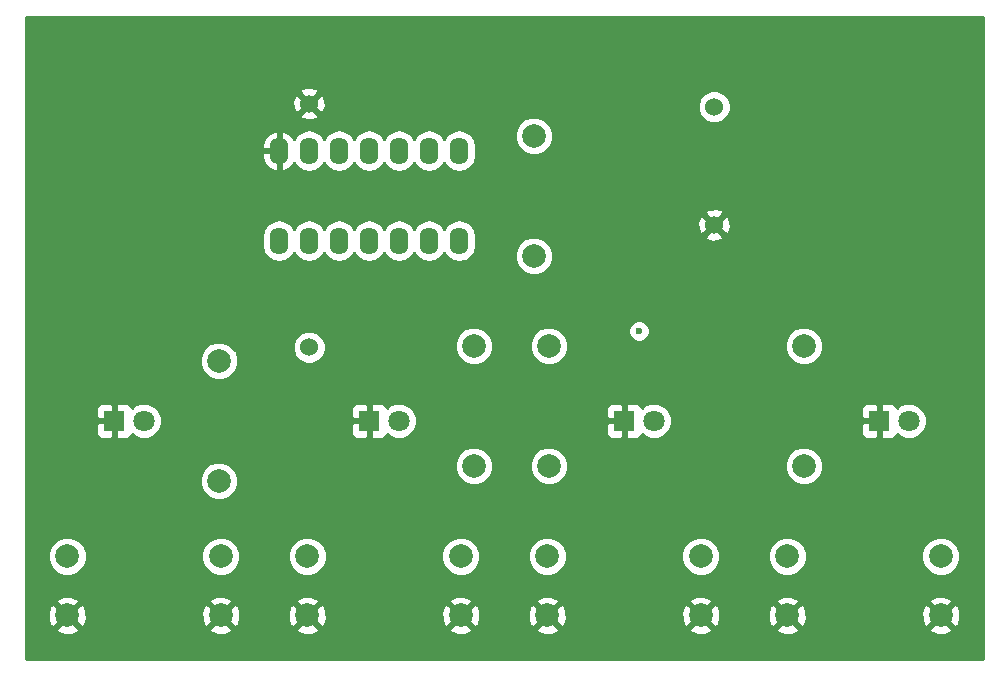
<source format=gbr>
G04 #@! TF.FileFunction,Copper,L2,Bot,Signal*
%FSLAX46Y46*%
G04 Gerber Fmt 4.6, Leading zero omitted, Abs format (unit mm)*
G04 Created by KiCad (PCBNEW 4.0.2-stable) date 09/07/2016 13:23:45*
%MOMM*%
G01*
G04 APERTURE LIST*
%ADD10C,0.100000*%
%ADD11C,1.524000*%
%ADD12C,1.800000*%
%ADD13R,1.800000X1.800000*%
%ADD14O,1.600000X2.300000*%
%ADD15C,1.998980*%
%ADD16C,2.000000*%
%ADD17C,0.600000*%
%ADD18C,0.254000*%
G04 APERTURE END LIST*
D10*
D11*
X125730000Y-84900000D03*
X125730000Y-105520000D03*
D12*
X111760000Y-111760000D03*
D13*
X109220000Y-111760000D03*
D12*
X133350000Y-111760000D03*
D13*
X130810000Y-111760000D03*
D12*
X154940000Y-111760000D03*
D13*
X152400000Y-111760000D03*
D12*
X176530000Y-111760000D03*
D13*
X173990000Y-111760000D03*
D14*
X123190000Y-96520000D03*
X125730000Y-96520000D03*
X128270000Y-96520000D03*
X130810000Y-96520000D03*
X133350000Y-96520000D03*
X135890000Y-96520000D03*
X138430000Y-96520000D03*
X138430000Y-88900000D03*
X135890000Y-88900000D03*
X133350000Y-88900000D03*
X130810000Y-88900000D03*
X128270000Y-88900000D03*
X125730000Y-88900000D03*
X123190000Y-88900000D03*
D15*
X118110000Y-106680000D03*
X118110000Y-116840000D03*
X139700000Y-105410000D03*
X139700000Y-115570000D03*
X146050000Y-105410000D03*
X146050000Y-115570000D03*
X167640000Y-105410000D03*
X167640000Y-115570000D03*
X144780000Y-97790000D03*
X144780000Y-87630000D03*
D11*
X160020000Y-85170000D03*
X160020000Y-95170000D03*
D16*
X118260000Y-123230000D03*
X118260000Y-128230000D03*
X105260000Y-128230000D03*
X105260000Y-123230000D03*
X138580000Y-123230000D03*
X138580000Y-128230000D03*
X125580000Y-128230000D03*
X125580000Y-123230000D03*
X158900000Y-123230000D03*
X158900000Y-128230000D03*
X145900000Y-128230000D03*
X145900000Y-123230000D03*
X179220000Y-123230000D03*
X179220000Y-128230000D03*
X166220000Y-128230000D03*
X166220000Y-123230000D03*
D17*
X153670000Y-104140000D03*
D18*
G36*
X182753000Y-131953000D02*
X101727000Y-131953000D01*
X101727000Y-129382532D01*
X104287073Y-129382532D01*
X104385736Y-129649387D01*
X104995461Y-129875908D01*
X105645460Y-129851856D01*
X106134264Y-129649387D01*
X106232927Y-129382532D01*
X117287073Y-129382532D01*
X117385736Y-129649387D01*
X117995461Y-129875908D01*
X118645460Y-129851856D01*
X119134264Y-129649387D01*
X119232927Y-129382532D01*
X124607073Y-129382532D01*
X124705736Y-129649387D01*
X125315461Y-129875908D01*
X125965460Y-129851856D01*
X126454264Y-129649387D01*
X126552927Y-129382532D01*
X137607073Y-129382532D01*
X137705736Y-129649387D01*
X138315461Y-129875908D01*
X138965460Y-129851856D01*
X139454264Y-129649387D01*
X139552927Y-129382532D01*
X144927073Y-129382532D01*
X145025736Y-129649387D01*
X145635461Y-129875908D01*
X146285460Y-129851856D01*
X146774264Y-129649387D01*
X146872927Y-129382532D01*
X157927073Y-129382532D01*
X158025736Y-129649387D01*
X158635461Y-129875908D01*
X159285460Y-129851856D01*
X159774264Y-129649387D01*
X159872927Y-129382532D01*
X165247073Y-129382532D01*
X165345736Y-129649387D01*
X165955461Y-129875908D01*
X166605460Y-129851856D01*
X167094264Y-129649387D01*
X167192927Y-129382532D01*
X178247073Y-129382532D01*
X178345736Y-129649387D01*
X178955461Y-129875908D01*
X179605460Y-129851856D01*
X180094264Y-129649387D01*
X180192927Y-129382532D01*
X179220000Y-128409605D01*
X178247073Y-129382532D01*
X167192927Y-129382532D01*
X166220000Y-128409605D01*
X165247073Y-129382532D01*
X159872927Y-129382532D01*
X158900000Y-128409605D01*
X157927073Y-129382532D01*
X146872927Y-129382532D01*
X145900000Y-128409605D01*
X144927073Y-129382532D01*
X139552927Y-129382532D01*
X138580000Y-128409605D01*
X137607073Y-129382532D01*
X126552927Y-129382532D01*
X125580000Y-128409605D01*
X124607073Y-129382532D01*
X119232927Y-129382532D01*
X118260000Y-128409605D01*
X117287073Y-129382532D01*
X106232927Y-129382532D01*
X105260000Y-128409605D01*
X104287073Y-129382532D01*
X101727000Y-129382532D01*
X101727000Y-127965461D01*
X103614092Y-127965461D01*
X103638144Y-128615460D01*
X103840613Y-129104264D01*
X104107468Y-129202927D01*
X105080395Y-128230000D01*
X105439605Y-128230000D01*
X106412532Y-129202927D01*
X106679387Y-129104264D01*
X106905908Y-128494539D01*
X106886331Y-127965461D01*
X116614092Y-127965461D01*
X116638144Y-128615460D01*
X116840613Y-129104264D01*
X117107468Y-129202927D01*
X118080395Y-128230000D01*
X118439605Y-128230000D01*
X119412532Y-129202927D01*
X119679387Y-129104264D01*
X119905908Y-128494539D01*
X119886331Y-127965461D01*
X123934092Y-127965461D01*
X123958144Y-128615460D01*
X124160613Y-129104264D01*
X124427468Y-129202927D01*
X125400395Y-128230000D01*
X125759605Y-128230000D01*
X126732532Y-129202927D01*
X126999387Y-129104264D01*
X127225908Y-128494539D01*
X127206331Y-127965461D01*
X136934092Y-127965461D01*
X136958144Y-128615460D01*
X137160613Y-129104264D01*
X137427468Y-129202927D01*
X138400395Y-128230000D01*
X138759605Y-128230000D01*
X139732532Y-129202927D01*
X139999387Y-129104264D01*
X140225908Y-128494539D01*
X140206331Y-127965461D01*
X144254092Y-127965461D01*
X144278144Y-128615460D01*
X144480613Y-129104264D01*
X144747468Y-129202927D01*
X145720395Y-128230000D01*
X146079605Y-128230000D01*
X147052532Y-129202927D01*
X147319387Y-129104264D01*
X147545908Y-128494539D01*
X147526331Y-127965461D01*
X157254092Y-127965461D01*
X157278144Y-128615460D01*
X157480613Y-129104264D01*
X157747468Y-129202927D01*
X158720395Y-128230000D01*
X159079605Y-128230000D01*
X160052532Y-129202927D01*
X160319387Y-129104264D01*
X160545908Y-128494539D01*
X160526331Y-127965461D01*
X164574092Y-127965461D01*
X164598144Y-128615460D01*
X164800613Y-129104264D01*
X165067468Y-129202927D01*
X166040395Y-128230000D01*
X166399605Y-128230000D01*
X167372532Y-129202927D01*
X167639387Y-129104264D01*
X167865908Y-128494539D01*
X167846331Y-127965461D01*
X177574092Y-127965461D01*
X177598144Y-128615460D01*
X177800613Y-129104264D01*
X178067468Y-129202927D01*
X179040395Y-128230000D01*
X179399605Y-128230000D01*
X180372532Y-129202927D01*
X180639387Y-129104264D01*
X180865908Y-128494539D01*
X180841856Y-127844540D01*
X180639387Y-127355736D01*
X180372532Y-127257073D01*
X179399605Y-128230000D01*
X179040395Y-128230000D01*
X178067468Y-127257073D01*
X177800613Y-127355736D01*
X177574092Y-127965461D01*
X167846331Y-127965461D01*
X167841856Y-127844540D01*
X167639387Y-127355736D01*
X167372532Y-127257073D01*
X166399605Y-128230000D01*
X166040395Y-128230000D01*
X165067468Y-127257073D01*
X164800613Y-127355736D01*
X164574092Y-127965461D01*
X160526331Y-127965461D01*
X160521856Y-127844540D01*
X160319387Y-127355736D01*
X160052532Y-127257073D01*
X159079605Y-128230000D01*
X158720395Y-128230000D01*
X157747468Y-127257073D01*
X157480613Y-127355736D01*
X157254092Y-127965461D01*
X147526331Y-127965461D01*
X147521856Y-127844540D01*
X147319387Y-127355736D01*
X147052532Y-127257073D01*
X146079605Y-128230000D01*
X145720395Y-128230000D01*
X144747468Y-127257073D01*
X144480613Y-127355736D01*
X144254092Y-127965461D01*
X140206331Y-127965461D01*
X140201856Y-127844540D01*
X139999387Y-127355736D01*
X139732532Y-127257073D01*
X138759605Y-128230000D01*
X138400395Y-128230000D01*
X137427468Y-127257073D01*
X137160613Y-127355736D01*
X136934092Y-127965461D01*
X127206331Y-127965461D01*
X127201856Y-127844540D01*
X126999387Y-127355736D01*
X126732532Y-127257073D01*
X125759605Y-128230000D01*
X125400395Y-128230000D01*
X124427468Y-127257073D01*
X124160613Y-127355736D01*
X123934092Y-127965461D01*
X119886331Y-127965461D01*
X119881856Y-127844540D01*
X119679387Y-127355736D01*
X119412532Y-127257073D01*
X118439605Y-128230000D01*
X118080395Y-128230000D01*
X117107468Y-127257073D01*
X116840613Y-127355736D01*
X116614092Y-127965461D01*
X106886331Y-127965461D01*
X106881856Y-127844540D01*
X106679387Y-127355736D01*
X106412532Y-127257073D01*
X105439605Y-128230000D01*
X105080395Y-128230000D01*
X104107468Y-127257073D01*
X103840613Y-127355736D01*
X103614092Y-127965461D01*
X101727000Y-127965461D01*
X101727000Y-127077468D01*
X104287073Y-127077468D01*
X105260000Y-128050395D01*
X106232927Y-127077468D01*
X117287073Y-127077468D01*
X118260000Y-128050395D01*
X119232927Y-127077468D01*
X124607073Y-127077468D01*
X125580000Y-128050395D01*
X126552927Y-127077468D01*
X137607073Y-127077468D01*
X138580000Y-128050395D01*
X139552927Y-127077468D01*
X144927073Y-127077468D01*
X145900000Y-128050395D01*
X146872927Y-127077468D01*
X157927073Y-127077468D01*
X158900000Y-128050395D01*
X159872927Y-127077468D01*
X165247073Y-127077468D01*
X166220000Y-128050395D01*
X167192927Y-127077468D01*
X178247073Y-127077468D01*
X179220000Y-128050395D01*
X180192927Y-127077468D01*
X180094264Y-126810613D01*
X179484539Y-126584092D01*
X178834540Y-126608144D01*
X178345736Y-126810613D01*
X178247073Y-127077468D01*
X167192927Y-127077468D01*
X167094264Y-126810613D01*
X166484539Y-126584092D01*
X165834540Y-126608144D01*
X165345736Y-126810613D01*
X165247073Y-127077468D01*
X159872927Y-127077468D01*
X159774264Y-126810613D01*
X159164539Y-126584092D01*
X158514540Y-126608144D01*
X158025736Y-126810613D01*
X157927073Y-127077468D01*
X146872927Y-127077468D01*
X146774264Y-126810613D01*
X146164539Y-126584092D01*
X145514540Y-126608144D01*
X145025736Y-126810613D01*
X144927073Y-127077468D01*
X139552927Y-127077468D01*
X139454264Y-126810613D01*
X138844539Y-126584092D01*
X138194540Y-126608144D01*
X137705736Y-126810613D01*
X137607073Y-127077468D01*
X126552927Y-127077468D01*
X126454264Y-126810613D01*
X125844539Y-126584092D01*
X125194540Y-126608144D01*
X124705736Y-126810613D01*
X124607073Y-127077468D01*
X119232927Y-127077468D01*
X119134264Y-126810613D01*
X118524539Y-126584092D01*
X117874540Y-126608144D01*
X117385736Y-126810613D01*
X117287073Y-127077468D01*
X106232927Y-127077468D01*
X106134264Y-126810613D01*
X105524539Y-126584092D01*
X104874540Y-126608144D01*
X104385736Y-126810613D01*
X104287073Y-127077468D01*
X101727000Y-127077468D01*
X101727000Y-123553795D01*
X103624716Y-123553795D01*
X103873106Y-124154943D01*
X104332637Y-124615278D01*
X104933352Y-124864716D01*
X105583795Y-124865284D01*
X106184943Y-124616894D01*
X106645278Y-124157363D01*
X106894716Y-123556648D01*
X106894718Y-123553795D01*
X116624716Y-123553795D01*
X116873106Y-124154943D01*
X117332637Y-124615278D01*
X117933352Y-124864716D01*
X118583795Y-124865284D01*
X119184943Y-124616894D01*
X119645278Y-124157363D01*
X119894716Y-123556648D01*
X119894718Y-123553795D01*
X123944716Y-123553795D01*
X124193106Y-124154943D01*
X124652637Y-124615278D01*
X125253352Y-124864716D01*
X125903795Y-124865284D01*
X126504943Y-124616894D01*
X126965278Y-124157363D01*
X127214716Y-123556648D01*
X127214718Y-123553795D01*
X136944716Y-123553795D01*
X137193106Y-124154943D01*
X137652637Y-124615278D01*
X138253352Y-124864716D01*
X138903795Y-124865284D01*
X139504943Y-124616894D01*
X139965278Y-124157363D01*
X140214716Y-123556648D01*
X140214718Y-123553795D01*
X144264716Y-123553795D01*
X144513106Y-124154943D01*
X144972637Y-124615278D01*
X145573352Y-124864716D01*
X146223795Y-124865284D01*
X146824943Y-124616894D01*
X147285278Y-124157363D01*
X147534716Y-123556648D01*
X147534718Y-123553795D01*
X157264716Y-123553795D01*
X157513106Y-124154943D01*
X157972637Y-124615278D01*
X158573352Y-124864716D01*
X159223795Y-124865284D01*
X159824943Y-124616894D01*
X160285278Y-124157363D01*
X160534716Y-123556648D01*
X160534718Y-123553795D01*
X164584716Y-123553795D01*
X164833106Y-124154943D01*
X165292637Y-124615278D01*
X165893352Y-124864716D01*
X166543795Y-124865284D01*
X167144943Y-124616894D01*
X167605278Y-124157363D01*
X167854716Y-123556648D01*
X167854718Y-123553795D01*
X177584716Y-123553795D01*
X177833106Y-124154943D01*
X178292637Y-124615278D01*
X178893352Y-124864716D01*
X179543795Y-124865284D01*
X180144943Y-124616894D01*
X180605278Y-124157363D01*
X180854716Y-123556648D01*
X180855284Y-122906205D01*
X180606894Y-122305057D01*
X180147363Y-121844722D01*
X179546648Y-121595284D01*
X178896205Y-121594716D01*
X178295057Y-121843106D01*
X177834722Y-122302637D01*
X177585284Y-122903352D01*
X177584716Y-123553795D01*
X167854718Y-123553795D01*
X167855284Y-122906205D01*
X167606894Y-122305057D01*
X167147363Y-121844722D01*
X166546648Y-121595284D01*
X165896205Y-121594716D01*
X165295057Y-121843106D01*
X164834722Y-122302637D01*
X164585284Y-122903352D01*
X164584716Y-123553795D01*
X160534718Y-123553795D01*
X160535284Y-122906205D01*
X160286894Y-122305057D01*
X159827363Y-121844722D01*
X159226648Y-121595284D01*
X158576205Y-121594716D01*
X157975057Y-121843106D01*
X157514722Y-122302637D01*
X157265284Y-122903352D01*
X157264716Y-123553795D01*
X147534718Y-123553795D01*
X147535284Y-122906205D01*
X147286894Y-122305057D01*
X146827363Y-121844722D01*
X146226648Y-121595284D01*
X145576205Y-121594716D01*
X144975057Y-121843106D01*
X144514722Y-122302637D01*
X144265284Y-122903352D01*
X144264716Y-123553795D01*
X140214718Y-123553795D01*
X140215284Y-122906205D01*
X139966894Y-122305057D01*
X139507363Y-121844722D01*
X138906648Y-121595284D01*
X138256205Y-121594716D01*
X137655057Y-121843106D01*
X137194722Y-122302637D01*
X136945284Y-122903352D01*
X136944716Y-123553795D01*
X127214718Y-123553795D01*
X127215284Y-122906205D01*
X126966894Y-122305057D01*
X126507363Y-121844722D01*
X125906648Y-121595284D01*
X125256205Y-121594716D01*
X124655057Y-121843106D01*
X124194722Y-122302637D01*
X123945284Y-122903352D01*
X123944716Y-123553795D01*
X119894718Y-123553795D01*
X119895284Y-122906205D01*
X119646894Y-122305057D01*
X119187363Y-121844722D01*
X118586648Y-121595284D01*
X117936205Y-121594716D01*
X117335057Y-121843106D01*
X116874722Y-122302637D01*
X116625284Y-122903352D01*
X116624716Y-123553795D01*
X106894718Y-123553795D01*
X106895284Y-122906205D01*
X106646894Y-122305057D01*
X106187363Y-121844722D01*
X105586648Y-121595284D01*
X104936205Y-121594716D01*
X104335057Y-121843106D01*
X103874722Y-122302637D01*
X103625284Y-122903352D01*
X103624716Y-123553795D01*
X101727000Y-123553795D01*
X101727000Y-117163694D01*
X116475226Y-117163694D01*
X116723538Y-117764655D01*
X117182927Y-118224846D01*
X117783453Y-118474206D01*
X118433694Y-118474774D01*
X119034655Y-118226462D01*
X119494846Y-117767073D01*
X119744206Y-117166547D01*
X119744774Y-116516306D01*
X119496462Y-115915345D01*
X119474849Y-115893694D01*
X138065226Y-115893694D01*
X138313538Y-116494655D01*
X138772927Y-116954846D01*
X139373453Y-117204206D01*
X140023694Y-117204774D01*
X140624655Y-116956462D01*
X141084846Y-116497073D01*
X141334206Y-115896547D01*
X141334208Y-115893694D01*
X144415226Y-115893694D01*
X144663538Y-116494655D01*
X145122927Y-116954846D01*
X145723453Y-117204206D01*
X146373694Y-117204774D01*
X146974655Y-116956462D01*
X147434846Y-116497073D01*
X147684206Y-115896547D01*
X147684208Y-115893694D01*
X166005226Y-115893694D01*
X166253538Y-116494655D01*
X166712927Y-116954846D01*
X167313453Y-117204206D01*
X167963694Y-117204774D01*
X168564655Y-116956462D01*
X169024846Y-116497073D01*
X169274206Y-115896547D01*
X169274774Y-115246306D01*
X169026462Y-114645345D01*
X168567073Y-114185154D01*
X167966547Y-113935794D01*
X167316306Y-113935226D01*
X166715345Y-114183538D01*
X166255154Y-114642927D01*
X166005794Y-115243453D01*
X166005226Y-115893694D01*
X147684208Y-115893694D01*
X147684774Y-115246306D01*
X147436462Y-114645345D01*
X146977073Y-114185154D01*
X146376547Y-113935794D01*
X145726306Y-113935226D01*
X145125345Y-114183538D01*
X144665154Y-114642927D01*
X144415794Y-115243453D01*
X144415226Y-115893694D01*
X141334208Y-115893694D01*
X141334774Y-115246306D01*
X141086462Y-114645345D01*
X140627073Y-114185154D01*
X140026547Y-113935794D01*
X139376306Y-113935226D01*
X138775345Y-114183538D01*
X138315154Y-114642927D01*
X138065794Y-115243453D01*
X138065226Y-115893694D01*
X119474849Y-115893694D01*
X119037073Y-115455154D01*
X118436547Y-115205794D01*
X117786306Y-115205226D01*
X117185345Y-115453538D01*
X116725154Y-115912927D01*
X116475794Y-116513453D01*
X116475226Y-117163694D01*
X101727000Y-117163694D01*
X101727000Y-112045750D01*
X107685000Y-112045750D01*
X107685000Y-112786310D01*
X107781673Y-113019699D01*
X107960302Y-113198327D01*
X108193691Y-113295000D01*
X108934250Y-113295000D01*
X109093000Y-113136250D01*
X109093000Y-111887000D01*
X107843750Y-111887000D01*
X107685000Y-112045750D01*
X101727000Y-112045750D01*
X101727000Y-110733690D01*
X107685000Y-110733690D01*
X107685000Y-111474250D01*
X107843750Y-111633000D01*
X109093000Y-111633000D01*
X109093000Y-110383750D01*
X109347000Y-110383750D01*
X109347000Y-111633000D01*
X109367000Y-111633000D01*
X109367000Y-111887000D01*
X109347000Y-111887000D01*
X109347000Y-113136250D01*
X109505750Y-113295000D01*
X110246309Y-113295000D01*
X110479698Y-113198327D01*
X110658327Y-113019699D01*
X110714119Y-112885006D01*
X110889357Y-113060551D01*
X111453330Y-113294733D01*
X112063991Y-113295265D01*
X112628371Y-113062068D01*
X113060551Y-112630643D01*
X113294733Y-112066670D01*
X113294751Y-112045750D01*
X129275000Y-112045750D01*
X129275000Y-112786310D01*
X129371673Y-113019699D01*
X129550302Y-113198327D01*
X129783691Y-113295000D01*
X130524250Y-113295000D01*
X130683000Y-113136250D01*
X130683000Y-111887000D01*
X129433750Y-111887000D01*
X129275000Y-112045750D01*
X113294751Y-112045750D01*
X113295265Y-111456009D01*
X113062068Y-110891629D01*
X112904405Y-110733690D01*
X129275000Y-110733690D01*
X129275000Y-111474250D01*
X129433750Y-111633000D01*
X130683000Y-111633000D01*
X130683000Y-110383750D01*
X130937000Y-110383750D01*
X130937000Y-111633000D01*
X130957000Y-111633000D01*
X130957000Y-111887000D01*
X130937000Y-111887000D01*
X130937000Y-113136250D01*
X131095750Y-113295000D01*
X131836309Y-113295000D01*
X132069698Y-113198327D01*
X132248327Y-113019699D01*
X132304119Y-112885006D01*
X132479357Y-113060551D01*
X133043330Y-113294733D01*
X133653991Y-113295265D01*
X134218371Y-113062068D01*
X134650551Y-112630643D01*
X134884733Y-112066670D01*
X134884751Y-112045750D01*
X150865000Y-112045750D01*
X150865000Y-112786310D01*
X150961673Y-113019699D01*
X151140302Y-113198327D01*
X151373691Y-113295000D01*
X152114250Y-113295000D01*
X152273000Y-113136250D01*
X152273000Y-111887000D01*
X151023750Y-111887000D01*
X150865000Y-112045750D01*
X134884751Y-112045750D01*
X134885265Y-111456009D01*
X134652068Y-110891629D01*
X134494405Y-110733690D01*
X150865000Y-110733690D01*
X150865000Y-111474250D01*
X151023750Y-111633000D01*
X152273000Y-111633000D01*
X152273000Y-110383750D01*
X152527000Y-110383750D01*
X152527000Y-111633000D01*
X152547000Y-111633000D01*
X152547000Y-111887000D01*
X152527000Y-111887000D01*
X152527000Y-113136250D01*
X152685750Y-113295000D01*
X153426309Y-113295000D01*
X153659698Y-113198327D01*
X153838327Y-113019699D01*
X153894119Y-112885006D01*
X154069357Y-113060551D01*
X154633330Y-113294733D01*
X155243991Y-113295265D01*
X155808371Y-113062068D01*
X156240551Y-112630643D01*
X156474733Y-112066670D01*
X156474751Y-112045750D01*
X172455000Y-112045750D01*
X172455000Y-112786310D01*
X172551673Y-113019699D01*
X172730302Y-113198327D01*
X172963691Y-113295000D01*
X173704250Y-113295000D01*
X173863000Y-113136250D01*
X173863000Y-111887000D01*
X172613750Y-111887000D01*
X172455000Y-112045750D01*
X156474751Y-112045750D01*
X156475265Y-111456009D01*
X156242068Y-110891629D01*
X156084405Y-110733690D01*
X172455000Y-110733690D01*
X172455000Y-111474250D01*
X172613750Y-111633000D01*
X173863000Y-111633000D01*
X173863000Y-110383750D01*
X174117000Y-110383750D01*
X174117000Y-111633000D01*
X174137000Y-111633000D01*
X174137000Y-111887000D01*
X174117000Y-111887000D01*
X174117000Y-113136250D01*
X174275750Y-113295000D01*
X175016309Y-113295000D01*
X175249698Y-113198327D01*
X175428327Y-113019699D01*
X175484119Y-112885006D01*
X175659357Y-113060551D01*
X176223330Y-113294733D01*
X176833991Y-113295265D01*
X177398371Y-113062068D01*
X177830551Y-112630643D01*
X178064733Y-112066670D01*
X178065265Y-111456009D01*
X177832068Y-110891629D01*
X177400643Y-110459449D01*
X176836670Y-110225267D01*
X176226009Y-110224735D01*
X175661629Y-110457932D01*
X175484159Y-110635092D01*
X175428327Y-110500301D01*
X175249698Y-110321673D01*
X175016309Y-110225000D01*
X174275750Y-110225000D01*
X174117000Y-110383750D01*
X173863000Y-110383750D01*
X173704250Y-110225000D01*
X172963691Y-110225000D01*
X172730302Y-110321673D01*
X172551673Y-110500301D01*
X172455000Y-110733690D01*
X156084405Y-110733690D01*
X155810643Y-110459449D01*
X155246670Y-110225267D01*
X154636009Y-110224735D01*
X154071629Y-110457932D01*
X153894159Y-110635092D01*
X153838327Y-110500301D01*
X153659698Y-110321673D01*
X153426309Y-110225000D01*
X152685750Y-110225000D01*
X152527000Y-110383750D01*
X152273000Y-110383750D01*
X152114250Y-110225000D01*
X151373691Y-110225000D01*
X151140302Y-110321673D01*
X150961673Y-110500301D01*
X150865000Y-110733690D01*
X134494405Y-110733690D01*
X134220643Y-110459449D01*
X133656670Y-110225267D01*
X133046009Y-110224735D01*
X132481629Y-110457932D01*
X132304159Y-110635092D01*
X132248327Y-110500301D01*
X132069698Y-110321673D01*
X131836309Y-110225000D01*
X131095750Y-110225000D01*
X130937000Y-110383750D01*
X130683000Y-110383750D01*
X130524250Y-110225000D01*
X129783691Y-110225000D01*
X129550302Y-110321673D01*
X129371673Y-110500301D01*
X129275000Y-110733690D01*
X112904405Y-110733690D01*
X112630643Y-110459449D01*
X112066670Y-110225267D01*
X111456009Y-110224735D01*
X110891629Y-110457932D01*
X110714159Y-110635092D01*
X110658327Y-110500301D01*
X110479698Y-110321673D01*
X110246309Y-110225000D01*
X109505750Y-110225000D01*
X109347000Y-110383750D01*
X109093000Y-110383750D01*
X108934250Y-110225000D01*
X108193691Y-110225000D01*
X107960302Y-110321673D01*
X107781673Y-110500301D01*
X107685000Y-110733690D01*
X101727000Y-110733690D01*
X101727000Y-107003694D01*
X116475226Y-107003694D01*
X116723538Y-107604655D01*
X117182927Y-108064846D01*
X117783453Y-108314206D01*
X118433694Y-108314774D01*
X119034655Y-108066462D01*
X119494846Y-107607073D01*
X119744206Y-107006547D01*
X119744774Y-106356306D01*
X119513534Y-105796661D01*
X124332758Y-105796661D01*
X124544990Y-106310303D01*
X124937630Y-106703629D01*
X125450900Y-106916757D01*
X126006661Y-106917242D01*
X126520303Y-106705010D01*
X126913629Y-106312370D01*
X127126757Y-105799100D01*
X127126814Y-105733694D01*
X138065226Y-105733694D01*
X138313538Y-106334655D01*
X138772927Y-106794846D01*
X139373453Y-107044206D01*
X140023694Y-107044774D01*
X140624655Y-106796462D01*
X141084846Y-106337073D01*
X141334206Y-105736547D01*
X141334208Y-105733694D01*
X144415226Y-105733694D01*
X144663538Y-106334655D01*
X145122927Y-106794846D01*
X145723453Y-107044206D01*
X146373694Y-107044774D01*
X146974655Y-106796462D01*
X147434846Y-106337073D01*
X147684206Y-105736547D01*
X147684208Y-105733694D01*
X166005226Y-105733694D01*
X166253538Y-106334655D01*
X166712927Y-106794846D01*
X167313453Y-107044206D01*
X167963694Y-107044774D01*
X168564655Y-106796462D01*
X169024846Y-106337073D01*
X169274206Y-105736547D01*
X169274774Y-105086306D01*
X169026462Y-104485345D01*
X168567073Y-104025154D01*
X167966547Y-103775794D01*
X167316306Y-103775226D01*
X166715345Y-104023538D01*
X166255154Y-104482927D01*
X166005794Y-105083453D01*
X166005226Y-105733694D01*
X147684208Y-105733694D01*
X147684774Y-105086306D01*
X147436462Y-104485345D01*
X147276564Y-104325167D01*
X152734838Y-104325167D01*
X152876883Y-104668943D01*
X153139673Y-104932192D01*
X153483201Y-105074838D01*
X153855167Y-105075162D01*
X154198943Y-104933117D01*
X154462192Y-104670327D01*
X154604838Y-104326799D01*
X154605162Y-103954833D01*
X154463117Y-103611057D01*
X154200327Y-103347808D01*
X153856799Y-103205162D01*
X153484833Y-103204838D01*
X153141057Y-103346883D01*
X152877808Y-103609673D01*
X152735162Y-103953201D01*
X152734838Y-104325167D01*
X147276564Y-104325167D01*
X146977073Y-104025154D01*
X146376547Y-103775794D01*
X145726306Y-103775226D01*
X145125345Y-104023538D01*
X144665154Y-104482927D01*
X144415794Y-105083453D01*
X144415226Y-105733694D01*
X141334208Y-105733694D01*
X141334774Y-105086306D01*
X141086462Y-104485345D01*
X140627073Y-104025154D01*
X140026547Y-103775794D01*
X139376306Y-103775226D01*
X138775345Y-104023538D01*
X138315154Y-104482927D01*
X138065794Y-105083453D01*
X138065226Y-105733694D01*
X127126814Y-105733694D01*
X127127242Y-105243339D01*
X126915010Y-104729697D01*
X126522370Y-104336371D01*
X126009100Y-104123243D01*
X125453339Y-104122758D01*
X124939697Y-104334990D01*
X124546371Y-104727630D01*
X124333243Y-105240900D01*
X124332758Y-105796661D01*
X119513534Y-105796661D01*
X119496462Y-105755345D01*
X119037073Y-105295154D01*
X118436547Y-105045794D01*
X117786306Y-105045226D01*
X117185345Y-105293538D01*
X116725154Y-105752927D01*
X116475794Y-106353453D01*
X116475226Y-107003694D01*
X101727000Y-107003694D01*
X101727000Y-96135030D01*
X121755000Y-96135030D01*
X121755000Y-96904970D01*
X121864233Y-97454121D01*
X122175302Y-97919668D01*
X122640849Y-98230737D01*
X123190000Y-98339970D01*
X123739151Y-98230737D01*
X124204698Y-97919668D01*
X124460000Y-97537582D01*
X124715302Y-97919668D01*
X125180849Y-98230737D01*
X125730000Y-98339970D01*
X126279151Y-98230737D01*
X126744698Y-97919668D01*
X127000000Y-97537582D01*
X127255302Y-97919668D01*
X127720849Y-98230737D01*
X128270000Y-98339970D01*
X128819151Y-98230737D01*
X129284698Y-97919668D01*
X129540000Y-97537582D01*
X129795302Y-97919668D01*
X130260849Y-98230737D01*
X130810000Y-98339970D01*
X131359151Y-98230737D01*
X131824698Y-97919668D01*
X132080000Y-97537582D01*
X132335302Y-97919668D01*
X132800849Y-98230737D01*
X133350000Y-98339970D01*
X133899151Y-98230737D01*
X134364698Y-97919668D01*
X134620000Y-97537582D01*
X134875302Y-97919668D01*
X135340849Y-98230737D01*
X135890000Y-98339970D01*
X136439151Y-98230737D01*
X136904698Y-97919668D01*
X137160000Y-97537582D01*
X137415302Y-97919668D01*
X137880849Y-98230737D01*
X138430000Y-98339970D01*
X138979151Y-98230737D01*
X139154317Y-98113694D01*
X143145226Y-98113694D01*
X143393538Y-98714655D01*
X143852927Y-99174846D01*
X144453453Y-99424206D01*
X145103694Y-99424774D01*
X145704655Y-99176462D01*
X146164846Y-98717073D01*
X146414206Y-98116547D01*
X146414774Y-97466306D01*
X146166462Y-96865345D01*
X145707073Y-96405154D01*
X145106547Y-96155794D01*
X144456306Y-96155226D01*
X143855345Y-96403538D01*
X143395154Y-96862927D01*
X143145794Y-97463453D01*
X143145226Y-98113694D01*
X139154317Y-98113694D01*
X139444698Y-97919668D01*
X139755767Y-97454121D01*
X139865000Y-96904970D01*
X139865000Y-96150213D01*
X159219392Y-96150213D01*
X159288857Y-96392397D01*
X159812302Y-96579144D01*
X160367368Y-96551362D01*
X160751143Y-96392397D01*
X160820608Y-96150213D01*
X160020000Y-95349605D01*
X159219392Y-96150213D01*
X139865000Y-96150213D01*
X139865000Y-96135030D01*
X139755767Y-95585879D01*
X139444698Y-95120332D01*
X139208190Y-94962302D01*
X158610856Y-94962302D01*
X158638638Y-95517368D01*
X158797603Y-95901143D01*
X159039787Y-95970608D01*
X159840395Y-95170000D01*
X160199605Y-95170000D01*
X161000213Y-95970608D01*
X161242397Y-95901143D01*
X161429144Y-95377698D01*
X161401362Y-94822632D01*
X161242397Y-94438857D01*
X161000213Y-94369392D01*
X160199605Y-95170000D01*
X159840395Y-95170000D01*
X159039787Y-94369392D01*
X158797603Y-94438857D01*
X158610856Y-94962302D01*
X139208190Y-94962302D01*
X138979151Y-94809263D01*
X138430000Y-94700030D01*
X137880849Y-94809263D01*
X137415302Y-95120332D01*
X137160000Y-95502418D01*
X136904698Y-95120332D01*
X136439151Y-94809263D01*
X135890000Y-94700030D01*
X135340849Y-94809263D01*
X134875302Y-95120332D01*
X134620000Y-95502418D01*
X134364698Y-95120332D01*
X133899151Y-94809263D01*
X133350000Y-94700030D01*
X132800849Y-94809263D01*
X132335302Y-95120332D01*
X132080000Y-95502418D01*
X131824698Y-95120332D01*
X131359151Y-94809263D01*
X130810000Y-94700030D01*
X130260849Y-94809263D01*
X129795302Y-95120332D01*
X129540000Y-95502418D01*
X129284698Y-95120332D01*
X128819151Y-94809263D01*
X128270000Y-94700030D01*
X127720849Y-94809263D01*
X127255302Y-95120332D01*
X127000000Y-95502418D01*
X126744698Y-95120332D01*
X126279151Y-94809263D01*
X125730000Y-94700030D01*
X125180849Y-94809263D01*
X124715302Y-95120332D01*
X124460000Y-95502418D01*
X124204698Y-95120332D01*
X123739151Y-94809263D01*
X123190000Y-94700030D01*
X122640849Y-94809263D01*
X122175302Y-95120332D01*
X121864233Y-95585879D01*
X121755000Y-96135030D01*
X101727000Y-96135030D01*
X101727000Y-94189787D01*
X159219392Y-94189787D01*
X160020000Y-94990395D01*
X160820608Y-94189787D01*
X160751143Y-93947603D01*
X160227698Y-93760856D01*
X159672632Y-93788638D01*
X159288857Y-93947603D01*
X159219392Y-94189787D01*
X101727000Y-94189787D01*
X101727000Y-89027000D01*
X121755000Y-89027000D01*
X121755000Y-89377000D01*
X121912834Y-89916483D01*
X122265104Y-90354500D01*
X122758181Y-90624367D01*
X122840961Y-90641904D01*
X123063000Y-90519915D01*
X123063000Y-89027000D01*
X121755000Y-89027000D01*
X101727000Y-89027000D01*
X101727000Y-88423000D01*
X121755000Y-88423000D01*
X121755000Y-88773000D01*
X123063000Y-88773000D01*
X123063000Y-87280085D01*
X123317000Y-87280085D01*
X123317000Y-88773000D01*
X123337000Y-88773000D01*
X123337000Y-89027000D01*
X123317000Y-89027000D01*
X123317000Y-90519915D01*
X123539039Y-90641904D01*
X123621819Y-90624367D01*
X124114896Y-90354500D01*
X124462851Y-89921849D01*
X124715302Y-90299668D01*
X125180849Y-90610737D01*
X125730000Y-90719970D01*
X126279151Y-90610737D01*
X126744698Y-90299668D01*
X127000000Y-89917582D01*
X127255302Y-90299668D01*
X127720849Y-90610737D01*
X128270000Y-90719970D01*
X128819151Y-90610737D01*
X129284698Y-90299668D01*
X129540000Y-89917582D01*
X129795302Y-90299668D01*
X130260849Y-90610737D01*
X130810000Y-90719970D01*
X131359151Y-90610737D01*
X131824698Y-90299668D01*
X132080000Y-89917582D01*
X132335302Y-90299668D01*
X132800849Y-90610737D01*
X133350000Y-90719970D01*
X133899151Y-90610737D01*
X134364698Y-90299668D01*
X134620000Y-89917582D01*
X134875302Y-90299668D01*
X135340849Y-90610737D01*
X135890000Y-90719970D01*
X136439151Y-90610737D01*
X136904698Y-90299668D01*
X137160000Y-89917582D01*
X137415302Y-90299668D01*
X137880849Y-90610737D01*
X138430000Y-90719970D01*
X138979151Y-90610737D01*
X139444698Y-90299668D01*
X139755767Y-89834121D01*
X139865000Y-89284970D01*
X139865000Y-88515030D01*
X139755767Y-87965879D01*
X139747626Y-87953694D01*
X143145226Y-87953694D01*
X143393538Y-88554655D01*
X143852927Y-89014846D01*
X144453453Y-89264206D01*
X145103694Y-89264774D01*
X145704655Y-89016462D01*
X146164846Y-88557073D01*
X146414206Y-87956547D01*
X146414774Y-87306306D01*
X146166462Y-86705345D01*
X145707073Y-86245154D01*
X145106547Y-85995794D01*
X144456306Y-85995226D01*
X143855345Y-86243538D01*
X143395154Y-86702927D01*
X143145794Y-87303453D01*
X143145226Y-87953694D01*
X139747626Y-87953694D01*
X139444698Y-87500332D01*
X138979151Y-87189263D01*
X138430000Y-87080030D01*
X137880849Y-87189263D01*
X137415302Y-87500332D01*
X137160000Y-87882418D01*
X136904698Y-87500332D01*
X136439151Y-87189263D01*
X135890000Y-87080030D01*
X135340849Y-87189263D01*
X134875302Y-87500332D01*
X134620000Y-87882418D01*
X134364698Y-87500332D01*
X133899151Y-87189263D01*
X133350000Y-87080030D01*
X132800849Y-87189263D01*
X132335302Y-87500332D01*
X132080000Y-87882418D01*
X131824698Y-87500332D01*
X131359151Y-87189263D01*
X130810000Y-87080030D01*
X130260849Y-87189263D01*
X129795302Y-87500332D01*
X129540000Y-87882418D01*
X129284698Y-87500332D01*
X128819151Y-87189263D01*
X128270000Y-87080030D01*
X127720849Y-87189263D01*
X127255302Y-87500332D01*
X127000000Y-87882418D01*
X126744698Y-87500332D01*
X126279151Y-87189263D01*
X125730000Y-87080030D01*
X125180849Y-87189263D01*
X124715302Y-87500332D01*
X124462851Y-87878151D01*
X124114896Y-87445500D01*
X123621819Y-87175633D01*
X123539039Y-87158096D01*
X123317000Y-87280085D01*
X123063000Y-87280085D01*
X122840961Y-87158096D01*
X122758181Y-87175633D01*
X122265104Y-87445500D01*
X121912834Y-87883517D01*
X121755000Y-88423000D01*
X101727000Y-88423000D01*
X101727000Y-85880213D01*
X124929392Y-85880213D01*
X124998857Y-86122397D01*
X125522302Y-86309144D01*
X126077368Y-86281362D01*
X126461143Y-86122397D01*
X126530608Y-85880213D01*
X125730000Y-85079605D01*
X124929392Y-85880213D01*
X101727000Y-85880213D01*
X101727000Y-84692302D01*
X124320856Y-84692302D01*
X124348638Y-85247368D01*
X124507603Y-85631143D01*
X124749787Y-85700608D01*
X125550395Y-84900000D01*
X125909605Y-84900000D01*
X126710213Y-85700608D01*
X126952397Y-85631143D01*
X127018213Y-85446661D01*
X158622758Y-85446661D01*
X158834990Y-85960303D01*
X159227630Y-86353629D01*
X159740900Y-86566757D01*
X160296661Y-86567242D01*
X160810303Y-86355010D01*
X161203629Y-85962370D01*
X161416757Y-85449100D01*
X161417242Y-84893339D01*
X161205010Y-84379697D01*
X160812370Y-83986371D01*
X160299100Y-83773243D01*
X159743339Y-83772758D01*
X159229697Y-83984990D01*
X158836371Y-84377630D01*
X158623243Y-84890900D01*
X158622758Y-85446661D01*
X127018213Y-85446661D01*
X127139144Y-85107698D01*
X127111362Y-84552632D01*
X126952397Y-84168857D01*
X126710213Y-84099392D01*
X125909605Y-84900000D01*
X125550395Y-84900000D01*
X124749787Y-84099392D01*
X124507603Y-84168857D01*
X124320856Y-84692302D01*
X101727000Y-84692302D01*
X101727000Y-83919787D01*
X124929392Y-83919787D01*
X125730000Y-84720395D01*
X126530608Y-83919787D01*
X126461143Y-83677603D01*
X125937698Y-83490856D01*
X125382632Y-83518638D01*
X124998857Y-83677603D01*
X124929392Y-83919787D01*
X101727000Y-83919787D01*
X101727000Y-77597000D01*
X182753000Y-77597000D01*
X182753000Y-131953000D01*
X182753000Y-131953000D01*
G37*
X182753000Y-131953000D02*
X101727000Y-131953000D01*
X101727000Y-129382532D01*
X104287073Y-129382532D01*
X104385736Y-129649387D01*
X104995461Y-129875908D01*
X105645460Y-129851856D01*
X106134264Y-129649387D01*
X106232927Y-129382532D01*
X117287073Y-129382532D01*
X117385736Y-129649387D01*
X117995461Y-129875908D01*
X118645460Y-129851856D01*
X119134264Y-129649387D01*
X119232927Y-129382532D01*
X124607073Y-129382532D01*
X124705736Y-129649387D01*
X125315461Y-129875908D01*
X125965460Y-129851856D01*
X126454264Y-129649387D01*
X126552927Y-129382532D01*
X137607073Y-129382532D01*
X137705736Y-129649387D01*
X138315461Y-129875908D01*
X138965460Y-129851856D01*
X139454264Y-129649387D01*
X139552927Y-129382532D01*
X144927073Y-129382532D01*
X145025736Y-129649387D01*
X145635461Y-129875908D01*
X146285460Y-129851856D01*
X146774264Y-129649387D01*
X146872927Y-129382532D01*
X157927073Y-129382532D01*
X158025736Y-129649387D01*
X158635461Y-129875908D01*
X159285460Y-129851856D01*
X159774264Y-129649387D01*
X159872927Y-129382532D01*
X165247073Y-129382532D01*
X165345736Y-129649387D01*
X165955461Y-129875908D01*
X166605460Y-129851856D01*
X167094264Y-129649387D01*
X167192927Y-129382532D01*
X178247073Y-129382532D01*
X178345736Y-129649387D01*
X178955461Y-129875908D01*
X179605460Y-129851856D01*
X180094264Y-129649387D01*
X180192927Y-129382532D01*
X179220000Y-128409605D01*
X178247073Y-129382532D01*
X167192927Y-129382532D01*
X166220000Y-128409605D01*
X165247073Y-129382532D01*
X159872927Y-129382532D01*
X158900000Y-128409605D01*
X157927073Y-129382532D01*
X146872927Y-129382532D01*
X145900000Y-128409605D01*
X144927073Y-129382532D01*
X139552927Y-129382532D01*
X138580000Y-128409605D01*
X137607073Y-129382532D01*
X126552927Y-129382532D01*
X125580000Y-128409605D01*
X124607073Y-129382532D01*
X119232927Y-129382532D01*
X118260000Y-128409605D01*
X117287073Y-129382532D01*
X106232927Y-129382532D01*
X105260000Y-128409605D01*
X104287073Y-129382532D01*
X101727000Y-129382532D01*
X101727000Y-127965461D01*
X103614092Y-127965461D01*
X103638144Y-128615460D01*
X103840613Y-129104264D01*
X104107468Y-129202927D01*
X105080395Y-128230000D01*
X105439605Y-128230000D01*
X106412532Y-129202927D01*
X106679387Y-129104264D01*
X106905908Y-128494539D01*
X106886331Y-127965461D01*
X116614092Y-127965461D01*
X116638144Y-128615460D01*
X116840613Y-129104264D01*
X117107468Y-129202927D01*
X118080395Y-128230000D01*
X118439605Y-128230000D01*
X119412532Y-129202927D01*
X119679387Y-129104264D01*
X119905908Y-128494539D01*
X119886331Y-127965461D01*
X123934092Y-127965461D01*
X123958144Y-128615460D01*
X124160613Y-129104264D01*
X124427468Y-129202927D01*
X125400395Y-128230000D01*
X125759605Y-128230000D01*
X126732532Y-129202927D01*
X126999387Y-129104264D01*
X127225908Y-128494539D01*
X127206331Y-127965461D01*
X136934092Y-127965461D01*
X136958144Y-128615460D01*
X137160613Y-129104264D01*
X137427468Y-129202927D01*
X138400395Y-128230000D01*
X138759605Y-128230000D01*
X139732532Y-129202927D01*
X139999387Y-129104264D01*
X140225908Y-128494539D01*
X140206331Y-127965461D01*
X144254092Y-127965461D01*
X144278144Y-128615460D01*
X144480613Y-129104264D01*
X144747468Y-129202927D01*
X145720395Y-128230000D01*
X146079605Y-128230000D01*
X147052532Y-129202927D01*
X147319387Y-129104264D01*
X147545908Y-128494539D01*
X147526331Y-127965461D01*
X157254092Y-127965461D01*
X157278144Y-128615460D01*
X157480613Y-129104264D01*
X157747468Y-129202927D01*
X158720395Y-128230000D01*
X159079605Y-128230000D01*
X160052532Y-129202927D01*
X160319387Y-129104264D01*
X160545908Y-128494539D01*
X160526331Y-127965461D01*
X164574092Y-127965461D01*
X164598144Y-128615460D01*
X164800613Y-129104264D01*
X165067468Y-129202927D01*
X166040395Y-128230000D01*
X166399605Y-128230000D01*
X167372532Y-129202927D01*
X167639387Y-129104264D01*
X167865908Y-128494539D01*
X167846331Y-127965461D01*
X177574092Y-127965461D01*
X177598144Y-128615460D01*
X177800613Y-129104264D01*
X178067468Y-129202927D01*
X179040395Y-128230000D01*
X179399605Y-128230000D01*
X180372532Y-129202927D01*
X180639387Y-129104264D01*
X180865908Y-128494539D01*
X180841856Y-127844540D01*
X180639387Y-127355736D01*
X180372532Y-127257073D01*
X179399605Y-128230000D01*
X179040395Y-128230000D01*
X178067468Y-127257073D01*
X177800613Y-127355736D01*
X177574092Y-127965461D01*
X167846331Y-127965461D01*
X167841856Y-127844540D01*
X167639387Y-127355736D01*
X167372532Y-127257073D01*
X166399605Y-128230000D01*
X166040395Y-128230000D01*
X165067468Y-127257073D01*
X164800613Y-127355736D01*
X164574092Y-127965461D01*
X160526331Y-127965461D01*
X160521856Y-127844540D01*
X160319387Y-127355736D01*
X160052532Y-127257073D01*
X159079605Y-128230000D01*
X158720395Y-128230000D01*
X157747468Y-127257073D01*
X157480613Y-127355736D01*
X157254092Y-127965461D01*
X147526331Y-127965461D01*
X147521856Y-127844540D01*
X147319387Y-127355736D01*
X147052532Y-127257073D01*
X146079605Y-128230000D01*
X145720395Y-128230000D01*
X144747468Y-127257073D01*
X144480613Y-127355736D01*
X144254092Y-127965461D01*
X140206331Y-127965461D01*
X140201856Y-127844540D01*
X139999387Y-127355736D01*
X139732532Y-127257073D01*
X138759605Y-128230000D01*
X138400395Y-128230000D01*
X137427468Y-127257073D01*
X137160613Y-127355736D01*
X136934092Y-127965461D01*
X127206331Y-127965461D01*
X127201856Y-127844540D01*
X126999387Y-127355736D01*
X126732532Y-127257073D01*
X125759605Y-128230000D01*
X125400395Y-128230000D01*
X124427468Y-127257073D01*
X124160613Y-127355736D01*
X123934092Y-127965461D01*
X119886331Y-127965461D01*
X119881856Y-127844540D01*
X119679387Y-127355736D01*
X119412532Y-127257073D01*
X118439605Y-128230000D01*
X118080395Y-128230000D01*
X117107468Y-127257073D01*
X116840613Y-127355736D01*
X116614092Y-127965461D01*
X106886331Y-127965461D01*
X106881856Y-127844540D01*
X106679387Y-127355736D01*
X106412532Y-127257073D01*
X105439605Y-128230000D01*
X105080395Y-128230000D01*
X104107468Y-127257073D01*
X103840613Y-127355736D01*
X103614092Y-127965461D01*
X101727000Y-127965461D01*
X101727000Y-127077468D01*
X104287073Y-127077468D01*
X105260000Y-128050395D01*
X106232927Y-127077468D01*
X117287073Y-127077468D01*
X118260000Y-128050395D01*
X119232927Y-127077468D01*
X124607073Y-127077468D01*
X125580000Y-128050395D01*
X126552927Y-127077468D01*
X137607073Y-127077468D01*
X138580000Y-128050395D01*
X139552927Y-127077468D01*
X144927073Y-127077468D01*
X145900000Y-128050395D01*
X146872927Y-127077468D01*
X157927073Y-127077468D01*
X158900000Y-128050395D01*
X159872927Y-127077468D01*
X165247073Y-127077468D01*
X166220000Y-128050395D01*
X167192927Y-127077468D01*
X178247073Y-127077468D01*
X179220000Y-128050395D01*
X180192927Y-127077468D01*
X180094264Y-126810613D01*
X179484539Y-126584092D01*
X178834540Y-126608144D01*
X178345736Y-126810613D01*
X178247073Y-127077468D01*
X167192927Y-127077468D01*
X167094264Y-126810613D01*
X166484539Y-126584092D01*
X165834540Y-126608144D01*
X165345736Y-126810613D01*
X165247073Y-127077468D01*
X159872927Y-127077468D01*
X159774264Y-126810613D01*
X159164539Y-126584092D01*
X158514540Y-126608144D01*
X158025736Y-126810613D01*
X157927073Y-127077468D01*
X146872927Y-127077468D01*
X146774264Y-126810613D01*
X146164539Y-126584092D01*
X145514540Y-126608144D01*
X145025736Y-126810613D01*
X144927073Y-127077468D01*
X139552927Y-127077468D01*
X139454264Y-126810613D01*
X138844539Y-126584092D01*
X138194540Y-126608144D01*
X137705736Y-126810613D01*
X137607073Y-127077468D01*
X126552927Y-127077468D01*
X126454264Y-126810613D01*
X125844539Y-126584092D01*
X125194540Y-126608144D01*
X124705736Y-126810613D01*
X124607073Y-127077468D01*
X119232927Y-127077468D01*
X119134264Y-126810613D01*
X118524539Y-126584092D01*
X117874540Y-126608144D01*
X117385736Y-126810613D01*
X117287073Y-127077468D01*
X106232927Y-127077468D01*
X106134264Y-126810613D01*
X105524539Y-126584092D01*
X104874540Y-126608144D01*
X104385736Y-126810613D01*
X104287073Y-127077468D01*
X101727000Y-127077468D01*
X101727000Y-123553795D01*
X103624716Y-123553795D01*
X103873106Y-124154943D01*
X104332637Y-124615278D01*
X104933352Y-124864716D01*
X105583795Y-124865284D01*
X106184943Y-124616894D01*
X106645278Y-124157363D01*
X106894716Y-123556648D01*
X106894718Y-123553795D01*
X116624716Y-123553795D01*
X116873106Y-124154943D01*
X117332637Y-124615278D01*
X117933352Y-124864716D01*
X118583795Y-124865284D01*
X119184943Y-124616894D01*
X119645278Y-124157363D01*
X119894716Y-123556648D01*
X119894718Y-123553795D01*
X123944716Y-123553795D01*
X124193106Y-124154943D01*
X124652637Y-124615278D01*
X125253352Y-124864716D01*
X125903795Y-124865284D01*
X126504943Y-124616894D01*
X126965278Y-124157363D01*
X127214716Y-123556648D01*
X127214718Y-123553795D01*
X136944716Y-123553795D01*
X137193106Y-124154943D01*
X137652637Y-124615278D01*
X138253352Y-124864716D01*
X138903795Y-124865284D01*
X139504943Y-124616894D01*
X139965278Y-124157363D01*
X140214716Y-123556648D01*
X140214718Y-123553795D01*
X144264716Y-123553795D01*
X144513106Y-124154943D01*
X144972637Y-124615278D01*
X145573352Y-124864716D01*
X146223795Y-124865284D01*
X146824943Y-124616894D01*
X147285278Y-124157363D01*
X147534716Y-123556648D01*
X147534718Y-123553795D01*
X157264716Y-123553795D01*
X157513106Y-124154943D01*
X157972637Y-124615278D01*
X158573352Y-124864716D01*
X159223795Y-124865284D01*
X159824943Y-124616894D01*
X160285278Y-124157363D01*
X160534716Y-123556648D01*
X160534718Y-123553795D01*
X164584716Y-123553795D01*
X164833106Y-124154943D01*
X165292637Y-124615278D01*
X165893352Y-124864716D01*
X166543795Y-124865284D01*
X167144943Y-124616894D01*
X167605278Y-124157363D01*
X167854716Y-123556648D01*
X167854718Y-123553795D01*
X177584716Y-123553795D01*
X177833106Y-124154943D01*
X178292637Y-124615278D01*
X178893352Y-124864716D01*
X179543795Y-124865284D01*
X180144943Y-124616894D01*
X180605278Y-124157363D01*
X180854716Y-123556648D01*
X180855284Y-122906205D01*
X180606894Y-122305057D01*
X180147363Y-121844722D01*
X179546648Y-121595284D01*
X178896205Y-121594716D01*
X178295057Y-121843106D01*
X177834722Y-122302637D01*
X177585284Y-122903352D01*
X177584716Y-123553795D01*
X167854718Y-123553795D01*
X167855284Y-122906205D01*
X167606894Y-122305057D01*
X167147363Y-121844722D01*
X166546648Y-121595284D01*
X165896205Y-121594716D01*
X165295057Y-121843106D01*
X164834722Y-122302637D01*
X164585284Y-122903352D01*
X164584716Y-123553795D01*
X160534718Y-123553795D01*
X160535284Y-122906205D01*
X160286894Y-122305057D01*
X159827363Y-121844722D01*
X159226648Y-121595284D01*
X158576205Y-121594716D01*
X157975057Y-121843106D01*
X157514722Y-122302637D01*
X157265284Y-122903352D01*
X157264716Y-123553795D01*
X147534718Y-123553795D01*
X147535284Y-122906205D01*
X147286894Y-122305057D01*
X146827363Y-121844722D01*
X146226648Y-121595284D01*
X145576205Y-121594716D01*
X144975057Y-121843106D01*
X144514722Y-122302637D01*
X144265284Y-122903352D01*
X144264716Y-123553795D01*
X140214718Y-123553795D01*
X140215284Y-122906205D01*
X139966894Y-122305057D01*
X139507363Y-121844722D01*
X138906648Y-121595284D01*
X138256205Y-121594716D01*
X137655057Y-121843106D01*
X137194722Y-122302637D01*
X136945284Y-122903352D01*
X136944716Y-123553795D01*
X127214718Y-123553795D01*
X127215284Y-122906205D01*
X126966894Y-122305057D01*
X126507363Y-121844722D01*
X125906648Y-121595284D01*
X125256205Y-121594716D01*
X124655057Y-121843106D01*
X124194722Y-122302637D01*
X123945284Y-122903352D01*
X123944716Y-123553795D01*
X119894718Y-123553795D01*
X119895284Y-122906205D01*
X119646894Y-122305057D01*
X119187363Y-121844722D01*
X118586648Y-121595284D01*
X117936205Y-121594716D01*
X117335057Y-121843106D01*
X116874722Y-122302637D01*
X116625284Y-122903352D01*
X116624716Y-123553795D01*
X106894718Y-123553795D01*
X106895284Y-122906205D01*
X106646894Y-122305057D01*
X106187363Y-121844722D01*
X105586648Y-121595284D01*
X104936205Y-121594716D01*
X104335057Y-121843106D01*
X103874722Y-122302637D01*
X103625284Y-122903352D01*
X103624716Y-123553795D01*
X101727000Y-123553795D01*
X101727000Y-117163694D01*
X116475226Y-117163694D01*
X116723538Y-117764655D01*
X117182927Y-118224846D01*
X117783453Y-118474206D01*
X118433694Y-118474774D01*
X119034655Y-118226462D01*
X119494846Y-117767073D01*
X119744206Y-117166547D01*
X119744774Y-116516306D01*
X119496462Y-115915345D01*
X119474849Y-115893694D01*
X138065226Y-115893694D01*
X138313538Y-116494655D01*
X138772927Y-116954846D01*
X139373453Y-117204206D01*
X140023694Y-117204774D01*
X140624655Y-116956462D01*
X141084846Y-116497073D01*
X141334206Y-115896547D01*
X141334208Y-115893694D01*
X144415226Y-115893694D01*
X144663538Y-116494655D01*
X145122927Y-116954846D01*
X145723453Y-117204206D01*
X146373694Y-117204774D01*
X146974655Y-116956462D01*
X147434846Y-116497073D01*
X147684206Y-115896547D01*
X147684208Y-115893694D01*
X166005226Y-115893694D01*
X166253538Y-116494655D01*
X166712927Y-116954846D01*
X167313453Y-117204206D01*
X167963694Y-117204774D01*
X168564655Y-116956462D01*
X169024846Y-116497073D01*
X169274206Y-115896547D01*
X169274774Y-115246306D01*
X169026462Y-114645345D01*
X168567073Y-114185154D01*
X167966547Y-113935794D01*
X167316306Y-113935226D01*
X166715345Y-114183538D01*
X166255154Y-114642927D01*
X166005794Y-115243453D01*
X166005226Y-115893694D01*
X147684208Y-115893694D01*
X147684774Y-115246306D01*
X147436462Y-114645345D01*
X146977073Y-114185154D01*
X146376547Y-113935794D01*
X145726306Y-113935226D01*
X145125345Y-114183538D01*
X144665154Y-114642927D01*
X144415794Y-115243453D01*
X144415226Y-115893694D01*
X141334208Y-115893694D01*
X141334774Y-115246306D01*
X141086462Y-114645345D01*
X140627073Y-114185154D01*
X140026547Y-113935794D01*
X139376306Y-113935226D01*
X138775345Y-114183538D01*
X138315154Y-114642927D01*
X138065794Y-115243453D01*
X138065226Y-115893694D01*
X119474849Y-115893694D01*
X119037073Y-115455154D01*
X118436547Y-115205794D01*
X117786306Y-115205226D01*
X117185345Y-115453538D01*
X116725154Y-115912927D01*
X116475794Y-116513453D01*
X116475226Y-117163694D01*
X101727000Y-117163694D01*
X101727000Y-112045750D01*
X107685000Y-112045750D01*
X107685000Y-112786310D01*
X107781673Y-113019699D01*
X107960302Y-113198327D01*
X108193691Y-113295000D01*
X108934250Y-113295000D01*
X109093000Y-113136250D01*
X109093000Y-111887000D01*
X107843750Y-111887000D01*
X107685000Y-112045750D01*
X101727000Y-112045750D01*
X101727000Y-110733690D01*
X107685000Y-110733690D01*
X107685000Y-111474250D01*
X107843750Y-111633000D01*
X109093000Y-111633000D01*
X109093000Y-110383750D01*
X109347000Y-110383750D01*
X109347000Y-111633000D01*
X109367000Y-111633000D01*
X109367000Y-111887000D01*
X109347000Y-111887000D01*
X109347000Y-113136250D01*
X109505750Y-113295000D01*
X110246309Y-113295000D01*
X110479698Y-113198327D01*
X110658327Y-113019699D01*
X110714119Y-112885006D01*
X110889357Y-113060551D01*
X111453330Y-113294733D01*
X112063991Y-113295265D01*
X112628371Y-113062068D01*
X113060551Y-112630643D01*
X113294733Y-112066670D01*
X113294751Y-112045750D01*
X129275000Y-112045750D01*
X129275000Y-112786310D01*
X129371673Y-113019699D01*
X129550302Y-113198327D01*
X129783691Y-113295000D01*
X130524250Y-113295000D01*
X130683000Y-113136250D01*
X130683000Y-111887000D01*
X129433750Y-111887000D01*
X129275000Y-112045750D01*
X113294751Y-112045750D01*
X113295265Y-111456009D01*
X113062068Y-110891629D01*
X112904405Y-110733690D01*
X129275000Y-110733690D01*
X129275000Y-111474250D01*
X129433750Y-111633000D01*
X130683000Y-111633000D01*
X130683000Y-110383750D01*
X130937000Y-110383750D01*
X130937000Y-111633000D01*
X130957000Y-111633000D01*
X130957000Y-111887000D01*
X130937000Y-111887000D01*
X130937000Y-113136250D01*
X131095750Y-113295000D01*
X131836309Y-113295000D01*
X132069698Y-113198327D01*
X132248327Y-113019699D01*
X132304119Y-112885006D01*
X132479357Y-113060551D01*
X133043330Y-113294733D01*
X133653991Y-113295265D01*
X134218371Y-113062068D01*
X134650551Y-112630643D01*
X134884733Y-112066670D01*
X134884751Y-112045750D01*
X150865000Y-112045750D01*
X150865000Y-112786310D01*
X150961673Y-113019699D01*
X151140302Y-113198327D01*
X151373691Y-113295000D01*
X152114250Y-113295000D01*
X152273000Y-113136250D01*
X152273000Y-111887000D01*
X151023750Y-111887000D01*
X150865000Y-112045750D01*
X134884751Y-112045750D01*
X134885265Y-111456009D01*
X134652068Y-110891629D01*
X134494405Y-110733690D01*
X150865000Y-110733690D01*
X150865000Y-111474250D01*
X151023750Y-111633000D01*
X152273000Y-111633000D01*
X152273000Y-110383750D01*
X152527000Y-110383750D01*
X152527000Y-111633000D01*
X152547000Y-111633000D01*
X152547000Y-111887000D01*
X152527000Y-111887000D01*
X152527000Y-113136250D01*
X152685750Y-113295000D01*
X153426309Y-113295000D01*
X153659698Y-113198327D01*
X153838327Y-113019699D01*
X153894119Y-112885006D01*
X154069357Y-113060551D01*
X154633330Y-113294733D01*
X155243991Y-113295265D01*
X155808371Y-113062068D01*
X156240551Y-112630643D01*
X156474733Y-112066670D01*
X156474751Y-112045750D01*
X172455000Y-112045750D01*
X172455000Y-112786310D01*
X172551673Y-113019699D01*
X172730302Y-113198327D01*
X172963691Y-113295000D01*
X173704250Y-113295000D01*
X173863000Y-113136250D01*
X173863000Y-111887000D01*
X172613750Y-111887000D01*
X172455000Y-112045750D01*
X156474751Y-112045750D01*
X156475265Y-111456009D01*
X156242068Y-110891629D01*
X156084405Y-110733690D01*
X172455000Y-110733690D01*
X172455000Y-111474250D01*
X172613750Y-111633000D01*
X173863000Y-111633000D01*
X173863000Y-110383750D01*
X174117000Y-110383750D01*
X174117000Y-111633000D01*
X174137000Y-111633000D01*
X174137000Y-111887000D01*
X174117000Y-111887000D01*
X174117000Y-113136250D01*
X174275750Y-113295000D01*
X175016309Y-113295000D01*
X175249698Y-113198327D01*
X175428327Y-113019699D01*
X175484119Y-112885006D01*
X175659357Y-113060551D01*
X176223330Y-113294733D01*
X176833991Y-113295265D01*
X177398371Y-113062068D01*
X177830551Y-112630643D01*
X178064733Y-112066670D01*
X178065265Y-111456009D01*
X177832068Y-110891629D01*
X177400643Y-110459449D01*
X176836670Y-110225267D01*
X176226009Y-110224735D01*
X175661629Y-110457932D01*
X175484159Y-110635092D01*
X175428327Y-110500301D01*
X175249698Y-110321673D01*
X175016309Y-110225000D01*
X174275750Y-110225000D01*
X174117000Y-110383750D01*
X173863000Y-110383750D01*
X173704250Y-110225000D01*
X172963691Y-110225000D01*
X172730302Y-110321673D01*
X172551673Y-110500301D01*
X172455000Y-110733690D01*
X156084405Y-110733690D01*
X155810643Y-110459449D01*
X155246670Y-110225267D01*
X154636009Y-110224735D01*
X154071629Y-110457932D01*
X153894159Y-110635092D01*
X153838327Y-110500301D01*
X153659698Y-110321673D01*
X153426309Y-110225000D01*
X152685750Y-110225000D01*
X152527000Y-110383750D01*
X152273000Y-110383750D01*
X152114250Y-110225000D01*
X151373691Y-110225000D01*
X151140302Y-110321673D01*
X150961673Y-110500301D01*
X150865000Y-110733690D01*
X134494405Y-110733690D01*
X134220643Y-110459449D01*
X133656670Y-110225267D01*
X133046009Y-110224735D01*
X132481629Y-110457932D01*
X132304159Y-110635092D01*
X132248327Y-110500301D01*
X132069698Y-110321673D01*
X131836309Y-110225000D01*
X131095750Y-110225000D01*
X130937000Y-110383750D01*
X130683000Y-110383750D01*
X130524250Y-110225000D01*
X129783691Y-110225000D01*
X129550302Y-110321673D01*
X129371673Y-110500301D01*
X129275000Y-110733690D01*
X112904405Y-110733690D01*
X112630643Y-110459449D01*
X112066670Y-110225267D01*
X111456009Y-110224735D01*
X110891629Y-110457932D01*
X110714159Y-110635092D01*
X110658327Y-110500301D01*
X110479698Y-110321673D01*
X110246309Y-110225000D01*
X109505750Y-110225000D01*
X109347000Y-110383750D01*
X109093000Y-110383750D01*
X108934250Y-110225000D01*
X108193691Y-110225000D01*
X107960302Y-110321673D01*
X107781673Y-110500301D01*
X107685000Y-110733690D01*
X101727000Y-110733690D01*
X101727000Y-107003694D01*
X116475226Y-107003694D01*
X116723538Y-107604655D01*
X117182927Y-108064846D01*
X117783453Y-108314206D01*
X118433694Y-108314774D01*
X119034655Y-108066462D01*
X119494846Y-107607073D01*
X119744206Y-107006547D01*
X119744774Y-106356306D01*
X119513534Y-105796661D01*
X124332758Y-105796661D01*
X124544990Y-106310303D01*
X124937630Y-106703629D01*
X125450900Y-106916757D01*
X126006661Y-106917242D01*
X126520303Y-106705010D01*
X126913629Y-106312370D01*
X127126757Y-105799100D01*
X127126814Y-105733694D01*
X138065226Y-105733694D01*
X138313538Y-106334655D01*
X138772927Y-106794846D01*
X139373453Y-107044206D01*
X140023694Y-107044774D01*
X140624655Y-106796462D01*
X141084846Y-106337073D01*
X141334206Y-105736547D01*
X141334208Y-105733694D01*
X144415226Y-105733694D01*
X144663538Y-106334655D01*
X145122927Y-106794846D01*
X145723453Y-107044206D01*
X146373694Y-107044774D01*
X146974655Y-106796462D01*
X147434846Y-106337073D01*
X147684206Y-105736547D01*
X147684208Y-105733694D01*
X166005226Y-105733694D01*
X166253538Y-106334655D01*
X166712927Y-106794846D01*
X167313453Y-107044206D01*
X167963694Y-107044774D01*
X168564655Y-106796462D01*
X169024846Y-106337073D01*
X169274206Y-105736547D01*
X169274774Y-105086306D01*
X169026462Y-104485345D01*
X168567073Y-104025154D01*
X167966547Y-103775794D01*
X167316306Y-103775226D01*
X166715345Y-104023538D01*
X166255154Y-104482927D01*
X166005794Y-105083453D01*
X166005226Y-105733694D01*
X147684208Y-105733694D01*
X147684774Y-105086306D01*
X147436462Y-104485345D01*
X147276564Y-104325167D01*
X152734838Y-104325167D01*
X152876883Y-104668943D01*
X153139673Y-104932192D01*
X153483201Y-105074838D01*
X153855167Y-105075162D01*
X154198943Y-104933117D01*
X154462192Y-104670327D01*
X154604838Y-104326799D01*
X154605162Y-103954833D01*
X154463117Y-103611057D01*
X154200327Y-103347808D01*
X153856799Y-103205162D01*
X153484833Y-103204838D01*
X153141057Y-103346883D01*
X152877808Y-103609673D01*
X152735162Y-103953201D01*
X152734838Y-104325167D01*
X147276564Y-104325167D01*
X146977073Y-104025154D01*
X146376547Y-103775794D01*
X145726306Y-103775226D01*
X145125345Y-104023538D01*
X144665154Y-104482927D01*
X144415794Y-105083453D01*
X144415226Y-105733694D01*
X141334208Y-105733694D01*
X141334774Y-105086306D01*
X141086462Y-104485345D01*
X140627073Y-104025154D01*
X140026547Y-103775794D01*
X139376306Y-103775226D01*
X138775345Y-104023538D01*
X138315154Y-104482927D01*
X138065794Y-105083453D01*
X138065226Y-105733694D01*
X127126814Y-105733694D01*
X127127242Y-105243339D01*
X126915010Y-104729697D01*
X126522370Y-104336371D01*
X126009100Y-104123243D01*
X125453339Y-104122758D01*
X124939697Y-104334990D01*
X124546371Y-104727630D01*
X124333243Y-105240900D01*
X124332758Y-105796661D01*
X119513534Y-105796661D01*
X119496462Y-105755345D01*
X119037073Y-105295154D01*
X118436547Y-105045794D01*
X117786306Y-105045226D01*
X117185345Y-105293538D01*
X116725154Y-105752927D01*
X116475794Y-106353453D01*
X116475226Y-107003694D01*
X101727000Y-107003694D01*
X101727000Y-96135030D01*
X121755000Y-96135030D01*
X121755000Y-96904970D01*
X121864233Y-97454121D01*
X122175302Y-97919668D01*
X122640849Y-98230737D01*
X123190000Y-98339970D01*
X123739151Y-98230737D01*
X124204698Y-97919668D01*
X124460000Y-97537582D01*
X124715302Y-97919668D01*
X125180849Y-98230737D01*
X125730000Y-98339970D01*
X126279151Y-98230737D01*
X126744698Y-97919668D01*
X127000000Y-97537582D01*
X127255302Y-97919668D01*
X127720849Y-98230737D01*
X128270000Y-98339970D01*
X128819151Y-98230737D01*
X129284698Y-97919668D01*
X129540000Y-97537582D01*
X129795302Y-97919668D01*
X130260849Y-98230737D01*
X130810000Y-98339970D01*
X131359151Y-98230737D01*
X131824698Y-97919668D01*
X132080000Y-97537582D01*
X132335302Y-97919668D01*
X132800849Y-98230737D01*
X133350000Y-98339970D01*
X133899151Y-98230737D01*
X134364698Y-97919668D01*
X134620000Y-97537582D01*
X134875302Y-97919668D01*
X135340849Y-98230737D01*
X135890000Y-98339970D01*
X136439151Y-98230737D01*
X136904698Y-97919668D01*
X137160000Y-97537582D01*
X137415302Y-97919668D01*
X137880849Y-98230737D01*
X138430000Y-98339970D01*
X138979151Y-98230737D01*
X139154317Y-98113694D01*
X143145226Y-98113694D01*
X143393538Y-98714655D01*
X143852927Y-99174846D01*
X144453453Y-99424206D01*
X145103694Y-99424774D01*
X145704655Y-99176462D01*
X146164846Y-98717073D01*
X146414206Y-98116547D01*
X146414774Y-97466306D01*
X146166462Y-96865345D01*
X145707073Y-96405154D01*
X145106547Y-96155794D01*
X144456306Y-96155226D01*
X143855345Y-96403538D01*
X143395154Y-96862927D01*
X143145794Y-97463453D01*
X143145226Y-98113694D01*
X139154317Y-98113694D01*
X139444698Y-97919668D01*
X139755767Y-97454121D01*
X139865000Y-96904970D01*
X139865000Y-96150213D01*
X159219392Y-96150213D01*
X159288857Y-96392397D01*
X159812302Y-96579144D01*
X160367368Y-96551362D01*
X160751143Y-96392397D01*
X160820608Y-96150213D01*
X160020000Y-95349605D01*
X159219392Y-96150213D01*
X139865000Y-96150213D01*
X139865000Y-96135030D01*
X139755767Y-95585879D01*
X139444698Y-95120332D01*
X139208190Y-94962302D01*
X158610856Y-94962302D01*
X158638638Y-95517368D01*
X158797603Y-95901143D01*
X159039787Y-95970608D01*
X159840395Y-95170000D01*
X160199605Y-95170000D01*
X161000213Y-95970608D01*
X161242397Y-95901143D01*
X161429144Y-95377698D01*
X161401362Y-94822632D01*
X161242397Y-94438857D01*
X161000213Y-94369392D01*
X160199605Y-95170000D01*
X159840395Y-95170000D01*
X159039787Y-94369392D01*
X158797603Y-94438857D01*
X158610856Y-94962302D01*
X139208190Y-94962302D01*
X138979151Y-94809263D01*
X138430000Y-94700030D01*
X137880849Y-94809263D01*
X137415302Y-95120332D01*
X137160000Y-95502418D01*
X136904698Y-95120332D01*
X136439151Y-94809263D01*
X135890000Y-94700030D01*
X135340849Y-94809263D01*
X134875302Y-95120332D01*
X134620000Y-95502418D01*
X134364698Y-95120332D01*
X133899151Y-94809263D01*
X133350000Y-94700030D01*
X132800849Y-94809263D01*
X132335302Y-95120332D01*
X132080000Y-95502418D01*
X131824698Y-95120332D01*
X131359151Y-94809263D01*
X130810000Y-94700030D01*
X130260849Y-94809263D01*
X129795302Y-95120332D01*
X129540000Y-95502418D01*
X129284698Y-95120332D01*
X128819151Y-94809263D01*
X128270000Y-94700030D01*
X127720849Y-94809263D01*
X127255302Y-95120332D01*
X127000000Y-95502418D01*
X126744698Y-95120332D01*
X126279151Y-94809263D01*
X125730000Y-94700030D01*
X125180849Y-94809263D01*
X124715302Y-95120332D01*
X124460000Y-95502418D01*
X124204698Y-95120332D01*
X123739151Y-94809263D01*
X123190000Y-94700030D01*
X122640849Y-94809263D01*
X122175302Y-95120332D01*
X121864233Y-95585879D01*
X121755000Y-96135030D01*
X101727000Y-96135030D01*
X101727000Y-94189787D01*
X159219392Y-94189787D01*
X160020000Y-94990395D01*
X160820608Y-94189787D01*
X160751143Y-93947603D01*
X160227698Y-93760856D01*
X159672632Y-93788638D01*
X159288857Y-93947603D01*
X159219392Y-94189787D01*
X101727000Y-94189787D01*
X101727000Y-89027000D01*
X121755000Y-89027000D01*
X121755000Y-89377000D01*
X121912834Y-89916483D01*
X122265104Y-90354500D01*
X122758181Y-90624367D01*
X122840961Y-90641904D01*
X123063000Y-90519915D01*
X123063000Y-89027000D01*
X121755000Y-89027000D01*
X101727000Y-89027000D01*
X101727000Y-88423000D01*
X121755000Y-88423000D01*
X121755000Y-88773000D01*
X123063000Y-88773000D01*
X123063000Y-87280085D01*
X123317000Y-87280085D01*
X123317000Y-88773000D01*
X123337000Y-88773000D01*
X123337000Y-89027000D01*
X123317000Y-89027000D01*
X123317000Y-90519915D01*
X123539039Y-90641904D01*
X123621819Y-90624367D01*
X124114896Y-90354500D01*
X124462851Y-89921849D01*
X124715302Y-90299668D01*
X125180849Y-90610737D01*
X125730000Y-90719970D01*
X126279151Y-90610737D01*
X126744698Y-90299668D01*
X127000000Y-89917582D01*
X127255302Y-90299668D01*
X127720849Y-90610737D01*
X128270000Y-90719970D01*
X128819151Y-90610737D01*
X129284698Y-90299668D01*
X129540000Y-89917582D01*
X129795302Y-90299668D01*
X130260849Y-90610737D01*
X130810000Y-90719970D01*
X131359151Y-90610737D01*
X131824698Y-90299668D01*
X132080000Y-89917582D01*
X132335302Y-90299668D01*
X132800849Y-90610737D01*
X133350000Y-90719970D01*
X133899151Y-90610737D01*
X134364698Y-90299668D01*
X134620000Y-89917582D01*
X134875302Y-90299668D01*
X135340849Y-90610737D01*
X135890000Y-90719970D01*
X136439151Y-90610737D01*
X136904698Y-90299668D01*
X137160000Y-89917582D01*
X137415302Y-90299668D01*
X137880849Y-90610737D01*
X138430000Y-90719970D01*
X138979151Y-90610737D01*
X139444698Y-90299668D01*
X139755767Y-89834121D01*
X139865000Y-89284970D01*
X139865000Y-88515030D01*
X139755767Y-87965879D01*
X139747626Y-87953694D01*
X143145226Y-87953694D01*
X143393538Y-88554655D01*
X143852927Y-89014846D01*
X144453453Y-89264206D01*
X145103694Y-89264774D01*
X145704655Y-89016462D01*
X146164846Y-88557073D01*
X146414206Y-87956547D01*
X146414774Y-87306306D01*
X146166462Y-86705345D01*
X145707073Y-86245154D01*
X145106547Y-85995794D01*
X144456306Y-85995226D01*
X143855345Y-86243538D01*
X143395154Y-86702927D01*
X143145794Y-87303453D01*
X143145226Y-87953694D01*
X139747626Y-87953694D01*
X139444698Y-87500332D01*
X138979151Y-87189263D01*
X138430000Y-87080030D01*
X137880849Y-87189263D01*
X137415302Y-87500332D01*
X137160000Y-87882418D01*
X136904698Y-87500332D01*
X136439151Y-87189263D01*
X135890000Y-87080030D01*
X135340849Y-87189263D01*
X134875302Y-87500332D01*
X134620000Y-87882418D01*
X134364698Y-87500332D01*
X133899151Y-87189263D01*
X133350000Y-87080030D01*
X132800849Y-87189263D01*
X132335302Y-87500332D01*
X132080000Y-87882418D01*
X131824698Y-87500332D01*
X131359151Y-87189263D01*
X130810000Y-87080030D01*
X130260849Y-87189263D01*
X129795302Y-87500332D01*
X129540000Y-87882418D01*
X129284698Y-87500332D01*
X128819151Y-87189263D01*
X128270000Y-87080030D01*
X127720849Y-87189263D01*
X127255302Y-87500332D01*
X127000000Y-87882418D01*
X126744698Y-87500332D01*
X126279151Y-87189263D01*
X125730000Y-87080030D01*
X125180849Y-87189263D01*
X124715302Y-87500332D01*
X124462851Y-87878151D01*
X124114896Y-87445500D01*
X123621819Y-87175633D01*
X123539039Y-87158096D01*
X123317000Y-87280085D01*
X123063000Y-87280085D01*
X122840961Y-87158096D01*
X122758181Y-87175633D01*
X122265104Y-87445500D01*
X121912834Y-87883517D01*
X121755000Y-88423000D01*
X101727000Y-88423000D01*
X101727000Y-85880213D01*
X124929392Y-85880213D01*
X124998857Y-86122397D01*
X125522302Y-86309144D01*
X126077368Y-86281362D01*
X126461143Y-86122397D01*
X126530608Y-85880213D01*
X125730000Y-85079605D01*
X124929392Y-85880213D01*
X101727000Y-85880213D01*
X101727000Y-84692302D01*
X124320856Y-84692302D01*
X124348638Y-85247368D01*
X124507603Y-85631143D01*
X124749787Y-85700608D01*
X125550395Y-84900000D01*
X125909605Y-84900000D01*
X126710213Y-85700608D01*
X126952397Y-85631143D01*
X127018213Y-85446661D01*
X158622758Y-85446661D01*
X158834990Y-85960303D01*
X159227630Y-86353629D01*
X159740900Y-86566757D01*
X160296661Y-86567242D01*
X160810303Y-86355010D01*
X161203629Y-85962370D01*
X161416757Y-85449100D01*
X161417242Y-84893339D01*
X161205010Y-84379697D01*
X160812370Y-83986371D01*
X160299100Y-83773243D01*
X159743339Y-83772758D01*
X159229697Y-83984990D01*
X158836371Y-84377630D01*
X158623243Y-84890900D01*
X158622758Y-85446661D01*
X127018213Y-85446661D01*
X127139144Y-85107698D01*
X127111362Y-84552632D01*
X126952397Y-84168857D01*
X126710213Y-84099392D01*
X125909605Y-84900000D01*
X125550395Y-84900000D01*
X124749787Y-84099392D01*
X124507603Y-84168857D01*
X124320856Y-84692302D01*
X101727000Y-84692302D01*
X101727000Y-83919787D01*
X124929392Y-83919787D01*
X125730000Y-84720395D01*
X126530608Y-83919787D01*
X126461143Y-83677603D01*
X125937698Y-83490856D01*
X125382632Y-83518638D01*
X124998857Y-83677603D01*
X124929392Y-83919787D01*
X101727000Y-83919787D01*
X101727000Y-77597000D01*
X182753000Y-77597000D01*
X182753000Y-131953000D01*
M02*

</source>
